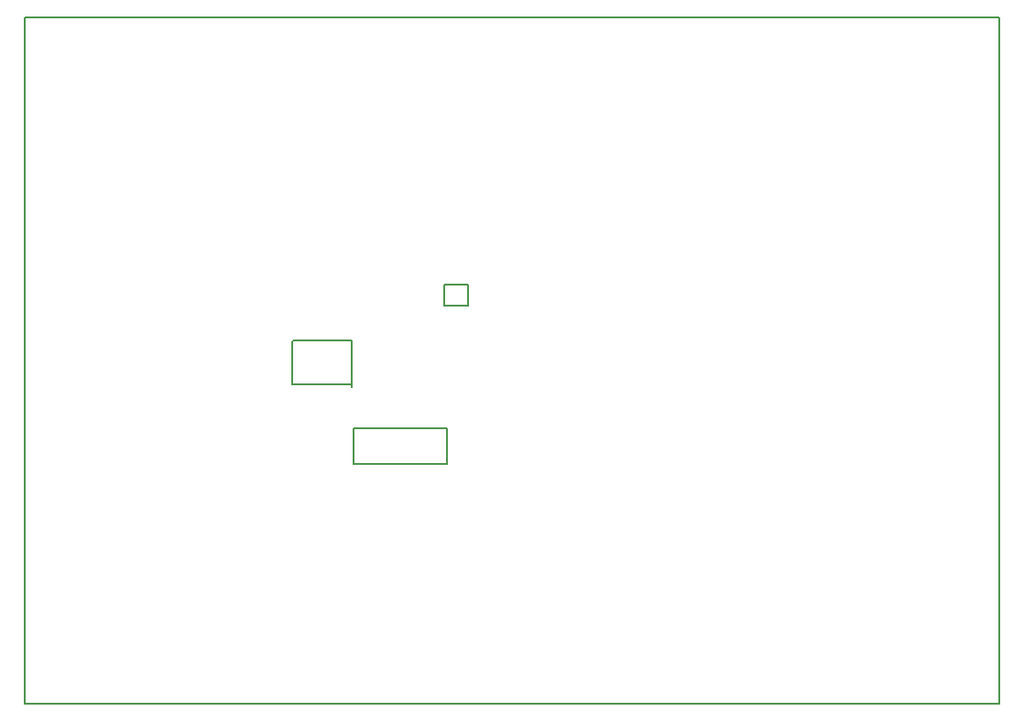
<source format=gbr>
G04*
G04 #@! TF.GenerationSoftware,Altium Limited,Altium Designer,23.1.1 (15)*
G04*
G04 Layer_Color=32896*
%FSLAX25Y25*%
%MOIN*%
G70*
G04*
G04 #@! TF.SameCoordinates,577C2DE3-5836-4DB5-AD87-4C8AFCD19023*
G04*
G04*
G04 #@! TF.FilePolarity,Positive*
G04*
G01*
G75*
%ADD13C,0.00500*%
D13*
Y250000D02*
X354400D01*
Y0D02*
Y250000D01*
X0Y0D02*
X354400D01*
X0D02*
Y250000D01*
X97368Y132020D02*
X97868Y132520D01*
X97368Y116441D02*
Y132020D01*
Y116441D02*
X118868D01*
Y115520D02*
Y116441D01*
Y115520D02*
Y132520D01*
X97868D02*
X118868D01*
X161331Y145063D02*
Y152937D01*
X152669D02*
X161331D01*
X152669Y145063D02*
Y152937D01*
Y145063D02*
X161331D01*
Y152937D01*
X152669D02*
X161331D01*
X152669Y145063D02*
Y152937D01*
Y145063D02*
X161331D01*
X119500Y100500D02*
X152500D01*
X153500D01*
Y87500D02*
Y100500D01*
X119500Y87500D02*
X153500D01*
X119500D02*
Y100500D01*
M02*

</source>
